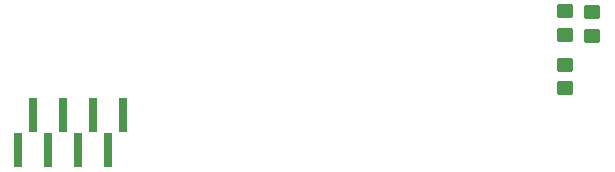
<source format=gbp>
G04 #@! TF.GenerationSoftware,KiCad,Pcbnew,9.0.0-9.0.0-2~ubuntu22.04.1*
G04 #@! TF.CreationDate,2025-03-23T22:02:49+01:00*
G04 #@! TF.ProjectId,kicad_makespace_tutorial,6b696361-645f-46d6-916b-657370616365,v1*
G04 #@! TF.SameCoordinates,Original*
G04 #@! TF.FileFunction,Paste,Bot*
G04 #@! TF.FilePolarity,Positive*
%FSLAX46Y46*%
G04 Gerber Fmt 4.6, Leading zero omitted, Abs format (unit mm)*
G04 Created by KiCad (PCBNEW 9.0.0-9.0.0-2~ubuntu22.04.1) date 2025-03-23 22:02:49*
%MOMM*%
%LPD*%
G01*
G04 APERTURE LIST*
G04 Aperture macros list*
%AMRoundRect*
0 Rectangle with rounded corners*
0 $1 Rounding radius*
0 $2 $3 $4 $5 $6 $7 $8 $9 X,Y pos of 4 corners*
0 Add a 4 corners polygon primitive as box body*
4,1,4,$2,$3,$4,$5,$6,$7,$8,$9,$2,$3,0*
0 Add four circle primitives for the rounded corners*
1,1,$1+$1,$2,$3*
1,1,$1+$1,$4,$5*
1,1,$1+$1,$6,$7*
1,1,$1+$1,$8,$9*
0 Add four rect primitives between the rounded corners*
20,1,$1+$1,$2,$3,$4,$5,0*
20,1,$1+$1,$4,$5,$6,$7,0*
20,1,$1+$1,$6,$7,$8,$9,0*
20,1,$1+$1,$8,$9,$2,$3,0*%
G04 Aperture macros list end*
%ADD10RoundRect,0.250000X-0.450000X0.350000X-0.450000X-0.350000X0.450000X-0.350000X0.450000X0.350000X0*%
%ADD11R,0.650000X3.000000*%
G04 APERTURE END LIST*
D10*
G04 #@! TO.C,R5*
X59350000Y-7300000D03*
X59350000Y-9300000D03*
G04 #@! TD*
D11*
G04 #@! TO.C,J2*
X21995000Y-16050000D03*
X20725000Y-19050000D03*
X19455000Y-16050000D03*
X18185000Y-19050000D03*
X16915000Y-16050000D03*
X15645000Y-19050000D03*
X14375000Y-16050000D03*
X13105000Y-19050000D03*
G04 #@! TD*
D10*
G04 #@! TO.C,R4*
X61700000Y-7350000D03*
X61700000Y-9350000D03*
G04 #@! TD*
G04 #@! TO.C,R6*
X59350000Y-11800000D03*
X59350000Y-13800000D03*
G04 #@! TD*
M02*

</source>
